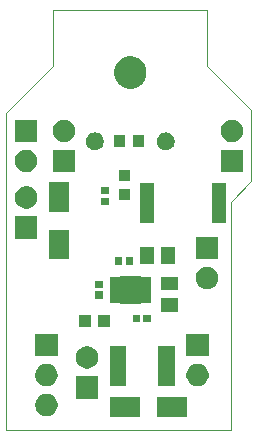
<source format=gbr>
%TF.GenerationSoftware,KiCad,Pcbnew,(5.0.0-rc3-dev)*%
%TF.CreationDate,2019-02-19T23:08:01+00:00*%
%TF.ProjectId,solar_breakout,736F6C61725F627265616B6F75742E6B,rev?*%
%TF.SameCoordinates,Original*%
%TF.FileFunction,Soldermask,Top*%
%TF.FilePolarity,Negative*%
%FSLAX46Y46*%
G04 Gerber Fmt 4.6, Leading zero omitted, Abs format (unit mm)*
G04 Created by KiCad (PCBNEW (5.0.0-rc3-dev)) date 02/19/19 23:08:01*
%MOMM*%
%LPD*%
G01*
G04 APERTURE LIST*
%ADD10C,0.010000*%
%ADD11C,0.150000*%
G04 APERTURE END LIST*
D10*
X157700000Y-124300000D02*
X138700000Y-124300000D01*
X157700000Y-104950000D02*
X157700000Y-124300000D01*
X159450000Y-97200000D02*
X159450000Y-103200000D01*
X157700000Y-104950000D02*
X159450000Y-103200000D01*
X138700000Y-97450000D02*
X138700000Y-124300000D01*
X155700000Y-93450000D02*
X155700000Y-88700000D01*
X159450000Y-97200000D02*
X155700000Y-93450000D01*
X142700000Y-93450000D02*
X142700000Y-88700000D01*
X138700000Y-97450000D02*
X142700000Y-93450000D01*
X155700000Y-88700000D02*
X142700000Y-88700000D01*
D11*
G36*
X153999000Y-123151000D02*
X151499000Y-123151000D01*
X151499000Y-121451000D01*
X153999000Y-121451000D01*
X153999000Y-123151000D01*
X153999000Y-123151000D01*
G37*
G36*
X149999000Y-123151000D02*
X147499000Y-123151000D01*
X147499000Y-121451000D01*
X149999000Y-121451000D01*
X149999000Y-123151000D01*
X149999000Y-123151000D01*
G37*
G36*
X142239451Y-121199127D02*
X142377105Y-121226508D01*
X142549994Y-121298121D01*
X142705590Y-121402087D01*
X142837913Y-121534410D01*
X142941879Y-121690006D01*
X143013492Y-121862895D01*
X143050000Y-122046433D01*
X143050000Y-122233567D01*
X143013492Y-122417105D01*
X142941879Y-122589994D01*
X142837913Y-122745590D01*
X142705590Y-122877913D01*
X142549994Y-122981879D01*
X142377105Y-123053492D01*
X142239452Y-123080873D01*
X142193568Y-123090000D01*
X142006432Y-123090000D01*
X141960548Y-123080873D01*
X141822895Y-123053492D01*
X141650006Y-122981879D01*
X141494410Y-122877913D01*
X141362087Y-122745590D01*
X141258121Y-122589994D01*
X141186508Y-122417105D01*
X141150000Y-122233567D01*
X141150000Y-122046433D01*
X141186508Y-121862895D01*
X141258121Y-121690006D01*
X141362087Y-121534410D01*
X141494410Y-121402087D01*
X141650006Y-121298121D01*
X141822895Y-121226508D01*
X141960549Y-121199127D01*
X142006432Y-121190000D01*
X142193568Y-121190000D01*
X142239451Y-121199127D01*
X142239451Y-121199127D01*
G37*
G36*
X146492000Y-121600000D02*
X144592000Y-121600000D01*
X144592000Y-119700000D01*
X146492000Y-119700000D01*
X146492000Y-121600000D01*
X146492000Y-121600000D01*
G37*
G36*
X152973000Y-120572000D02*
X151573000Y-120572000D01*
X151573000Y-117172000D01*
X152973000Y-117172000D01*
X152973000Y-120572000D01*
X152973000Y-120572000D01*
G37*
G36*
X148873000Y-120572000D02*
X147473000Y-120572000D01*
X147473000Y-117172000D01*
X148873000Y-117172000D01*
X148873000Y-120572000D01*
X148873000Y-120572000D01*
G37*
G36*
X155039452Y-118659127D02*
X155177105Y-118686508D01*
X155349994Y-118758121D01*
X155505590Y-118862087D01*
X155637913Y-118994410D01*
X155741879Y-119150006D01*
X155813492Y-119322895D01*
X155840873Y-119460548D01*
X155850000Y-119506432D01*
X155850000Y-119693568D01*
X155840873Y-119739452D01*
X155813492Y-119877105D01*
X155741879Y-120049994D01*
X155637913Y-120205590D01*
X155505590Y-120337913D01*
X155349994Y-120441879D01*
X155177105Y-120513492D01*
X155039452Y-120540873D01*
X154993568Y-120550000D01*
X154806432Y-120550000D01*
X154760548Y-120540873D01*
X154622895Y-120513492D01*
X154450006Y-120441879D01*
X154294410Y-120337913D01*
X154162087Y-120205590D01*
X154058121Y-120049994D01*
X153986508Y-119877105D01*
X153959127Y-119739452D01*
X153950000Y-119693568D01*
X153950000Y-119506432D01*
X153959127Y-119460548D01*
X153986508Y-119322895D01*
X154058121Y-119150006D01*
X154162087Y-118994410D01*
X154294410Y-118862087D01*
X154450006Y-118758121D01*
X154622895Y-118686508D01*
X154760548Y-118659127D01*
X154806432Y-118650000D01*
X154993568Y-118650000D01*
X155039452Y-118659127D01*
X155039452Y-118659127D01*
G37*
G36*
X142239452Y-118659127D02*
X142377105Y-118686508D01*
X142549994Y-118758121D01*
X142705590Y-118862087D01*
X142837913Y-118994410D01*
X142941879Y-119150006D01*
X143013492Y-119322895D01*
X143040873Y-119460548D01*
X143050000Y-119506432D01*
X143050000Y-119693568D01*
X143040873Y-119739452D01*
X143013492Y-119877105D01*
X142941879Y-120049994D01*
X142837913Y-120205590D01*
X142705590Y-120337913D01*
X142549994Y-120441879D01*
X142377105Y-120513492D01*
X142239452Y-120540873D01*
X142193568Y-120550000D01*
X142006432Y-120550000D01*
X141960548Y-120540873D01*
X141822895Y-120513492D01*
X141650006Y-120441879D01*
X141494410Y-120337913D01*
X141362087Y-120205590D01*
X141258121Y-120049994D01*
X141186508Y-119877105D01*
X141159127Y-119739452D01*
X141150000Y-119693568D01*
X141150000Y-119506432D01*
X141159127Y-119460548D01*
X141186508Y-119322895D01*
X141258121Y-119150006D01*
X141362087Y-118994410D01*
X141494410Y-118862087D01*
X141650006Y-118758121D01*
X141822895Y-118686508D01*
X141960548Y-118659127D01*
X142006432Y-118650000D01*
X142193568Y-118650000D01*
X142239452Y-118659127D01*
X142239452Y-118659127D01*
G37*
G36*
X145681452Y-117169127D02*
X145819105Y-117196508D01*
X145991994Y-117268121D01*
X146147590Y-117372087D01*
X146279913Y-117504410D01*
X146383879Y-117660006D01*
X146455492Y-117832895D01*
X146482873Y-117970549D01*
X146490721Y-118010000D01*
X146492000Y-118016433D01*
X146492000Y-118203567D01*
X146455492Y-118387105D01*
X146383879Y-118559994D01*
X146279913Y-118715590D01*
X146147590Y-118847913D01*
X145991994Y-118951879D01*
X145819105Y-119023492D01*
X145681451Y-119050873D01*
X145635568Y-119060000D01*
X145448432Y-119060000D01*
X145402549Y-119050873D01*
X145264895Y-119023492D01*
X145092006Y-118951879D01*
X144936410Y-118847913D01*
X144804087Y-118715590D01*
X144700121Y-118559994D01*
X144628508Y-118387105D01*
X144592000Y-118203567D01*
X144592000Y-118016433D01*
X144593280Y-118010000D01*
X144601127Y-117970549D01*
X144628508Y-117832895D01*
X144700121Y-117660006D01*
X144804087Y-117504410D01*
X144936410Y-117372087D01*
X145092006Y-117268121D01*
X145264895Y-117196508D01*
X145402548Y-117169127D01*
X145448432Y-117160000D01*
X145635568Y-117160000D01*
X145681452Y-117169127D01*
X145681452Y-117169127D01*
G37*
G36*
X143050000Y-118010000D02*
X141150000Y-118010000D01*
X141150000Y-116110000D01*
X143050000Y-116110000D01*
X143050000Y-118010000D01*
X143050000Y-118010000D01*
G37*
G36*
X155850000Y-118010000D02*
X153950000Y-118010000D01*
X153950000Y-116110000D01*
X155850000Y-116110000D01*
X155850000Y-118010000D01*
X155850000Y-118010000D01*
G37*
G36*
X147452000Y-115562000D02*
X146502000Y-115562000D01*
X146502000Y-114562000D01*
X147452000Y-114562000D01*
X147452000Y-115562000D01*
X147452000Y-115562000D01*
G37*
G36*
X145852000Y-115562000D02*
X144902000Y-115562000D01*
X144902000Y-114562000D01*
X145852000Y-114562000D01*
X145852000Y-115562000D01*
X145852000Y-115562000D01*
G37*
G36*
X150032000Y-115118000D02*
X149412000Y-115118000D01*
X149412000Y-114498000D01*
X150032000Y-114498000D01*
X150032000Y-115118000D01*
X150032000Y-115118000D01*
G37*
G36*
X150932000Y-115118000D02*
X150312000Y-115118000D01*
X150312000Y-114498000D01*
X150932000Y-114498000D01*
X150932000Y-115118000D01*
X150932000Y-115118000D01*
G37*
G36*
X153252000Y-114251000D02*
X151802000Y-114251000D01*
X151802000Y-113101000D01*
X153252000Y-113101000D01*
X153252000Y-114251000D01*
X153252000Y-114251000D01*
G37*
G36*
X150072066Y-111214446D02*
X150087612Y-111233388D01*
X150106554Y-111248934D01*
X150128165Y-111260485D01*
X150151614Y-111267598D01*
X150176000Y-111270000D01*
X151000000Y-111270000D01*
X151000000Y-113520000D01*
X150176000Y-113520000D01*
X150151614Y-113522402D01*
X150128165Y-113529515D01*
X150106554Y-113541066D01*
X150087612Y-113556612D01*
X150072066Y-113575554D01*
X150066483Y-113586000D01*
X148383517Y-113586000D01*
X148377934Y-113575554D01*
X148362388Y-113556612D01*
X148343446Y-113541066D01*
X148321835Y-113529515D01*
X148298386Y-113522402D01*
X148274000Y-113520000D01*
X147450000Y-113520000D01*
X147450000Y-111270000D01*
X148274000Y-111270000D01*
X148298386Y-111267598D01*
X148321835Y-111260485D01*
X148343446Y-111248934D01*
X148362388Y-111233388D01*
X148377934Y-111214446D01*
X148383517Y-111204000D01*
X150066483Y-111204000D01*
X150072066Y-111214446D01*
X150072066Y-111214446D01*
G37*
G36*
X146868000Y-113155000D02*
X146248000Y-113155000D01*
X146248000Y-112535000D01*
X146868000Y-112535000D01*
X146868000Y-113155000D01*
X146868000Y-113155000D01*
G37*
G36*
X153252000Y-112451000D02*
X151802000Y-112451000D01*
X151802000Y-111301000D01*
X153252000Y-111301000D01*
X153252000Y-112451000D01*
X153252000Y-112451000D01*
G37*
G36*
X155841452Y-110438127D02*
X155979105Y-110465508D01*
X156151994Y-110537121D01*
X156307590Y-110641087D01*
X156439913Y-110773410D01*
X156543879Y-110929006D01*
X156615492Y-111101895D01*
X156635802Y-111204000D01*
X156648453Y-111267598D01*
X156652000Y-111285433D01*
X156652000Y-111472567D01*
X156615492Y-111656105D01*
X156543879Y-111828994D01*
X156439913Y-111984590D01*
X156307590Y-112116913D01*
X156151994Y-112220879D01*
X155979105Y-112292492D01*
X155841452Y-112319873D01*
X155795568Y-112329000D01*
X155608432Y-112329000D01*
X155562548Y-112319873D01*
X155424895Y-112292492D01*
X155252006Y-112220879D01*
X155096410Y-112116913D01*
X154964087Y-111984590D01*
X154860121Y-111828994D01*
X154788508Y-111656105D01*
X154752000Y-111472567D01*
X154752000Y-111285433D01*
X154755548Y-111267598D01*
X154768198Y-111204000D01*
X154788508Y-111101895D01*
X154860121Y-110929006D01*
X154964087Y-110773410D01*
X155096410Y-110641087D01*
X155252006Y-110537121D01*
X155424895Y-110465508D01*
X155562548Y-110438127D01*
X155608432Y-110429000D01*
X155795568Y-110429000D01*
X155841452Y-110438127D01*
X155841452Y-110438127D01*
G37*
G36*
X146868000Y-112255000D02*
X146248000Y-112255000D01*
X146248000Y-111635000D01*
X146868000Y-111635000D01*
X146868000Y-112255000D01*
X146868000Y-112255000D01*
G37*
G36*
X149426200Y-110266600D02*
X148806200Y-110266600D01*
X148806200Y-109646600D01*
X149426200Y-109646600D01*
X149426200Y-110266600D01*
X149426200Y-110266600D01*
G37*
G36*
X148526200Y-110266600D02*
X147906200Y-110266600D01*
X147906200Y-109646600D01*
X148526200Y-109646600D01*
X148526200Y-110266600D01*
X148526200Y-110266600D01*
G37*
G36*
X151186000Y-110199000D02*
X150036000Y-110199000D01*
X150036000Y-108749000D01*
X151186000Y-108749000D01*
X151186000Y-110199000D01*
X151186000Y-110199000D01*
G37*
G36*
X152986000Y-110199000D02*
X151836000Y-110199000D01*
X151836000Y-108749000D01*
X152986000Y-108749000D01*
X152986000Y-110199000D01*
X152986000Y-110199000D01*
G37*
G36*
X144029800Y-109803000D02*
X142329800Y-109803000D01*
X142329800Y-107303000D01*
X144029800Y-107303000D01*
X144029800Y-109803000D01*
X144029800Y-109803000D01*
G37*
G36*
X156652000Y-109789000D02*
X154752000Y-109789000D01*
X154752000Y-107889000D01*
X156652000Y-107889000D01*
X156652000Y-109789000D01*
X156652000Y-109789000D01*
G37*
G36*
X141350000Y-108061800D02*
X139450000Y-108061800D01*
X139450000Y-106161800D01*
X141350000Y-106161800D01*
X141350000Y-108061800D01*
X141350000Y-108061800D01*
G37*
G36*
X151245000Y-106729000D02*
X149995000Y-106729000D01*
X149995000Y-103329000D01*
X151245000Y-103329000D01*
X151245000Y-106729000D01*
X151245000Y-106729000D01*
G37*
G36*
X157345000Y-106729000D02*
X156095000Y-106729000D01*
X156095000Y-103329000D01*
X157345000Y-103329000D01*
X157345000Y-106729000D01*
X157345000Y-106729000D01*
G37*
G36*
X144029800Y-105803000D02*
X142329800Y-105803000D01*
X142329800Y-103303000D01*
X144029800Y-103303000D01*
X144029800Y-105803000D01*
X144029800Y-105803000D01*
G37*
G36*
X140539452Y-103630927D02*
X140677105Y-103658308D01*
X140849994Y-103729921D01*
X141005590Y-103833887D01*
X141137913Y-103966210D01*
X141241879Y-104121806D01*
X141313492Y-104294695D01*
X141350000Y-104478233D01*
X141350000Y-104665367D01*
X141313492Y-104848905D01*
X141241879Y-105021794D01*
X141137913Y-105177390D01*
X141005590Y-105309713D01*
X140849994Y-105413679D01*
X140677105Y-105485292D01*
X140539452Y-105512673D01*
X140493568Y-105521800D01*
X140306432Y-105521800D01*
X140260548Y-105512673D01*
X140122895Y-105485292D01*
X139950006Y-105413679D01*
X139794410Y-105309713D01*
X139662087Y-105177390D01*
X139558121Y-105021794D01*
X139486508Y-104848905D01*
X139450000Y-104665367D01*
X139450000Y-104478233D01*
X139486508Y-104294695D01*
X139558121Y-104121806D01*
X139662087Y-103966210D01*
X139794410Y-103833887D01*
X139950006Y-103729921D01*
X140122895Y-103658308D01*
X140260548Y-103630927D01*
X140306432Y-103621800D01*
X140493568Y-103621800D01*
X140539452Y-103630927D01*
X140539452Y-103630927D01*
G37*
G36*
X147376000Y-105223000D02*
X146756000Y-105223000D01*
X146756000Y-104603000D01*
X147376000Y-104603000D01*
X147376000Y-105223000D01*
X147376000Y-105223000D01*
G37*
G36*
X149217000Y-104780000D02*
X148217000Y-104780000D01*
X148217000Y-103830000D01*
X149217000Y-103830000D01*
X149217000Y-104780000D01*
X149217000Y-104780000D01*
G37*
G36*
X147376000Y-104323000D02*
X146756000Y-104323000D01*
X146756000Y-103703000D01*
X147376000Y-103703000D01*
X147376000Y-104323000D01*
X147376000Y-104323000D01*
G37*
G36*
X149217000Y-103180000D02*
X148217000Y-103180000D01*
X148217000Y-102230000D01*
X149217000Y-102230000D01*
X149217000Y-103180000D01*
X149217000Y-103180000D01*
G37*
G36*
X158750000Y-102420000D02*
X156850000Y-102420000D01*
X156850000Y-100520000D01*
X158750000Y-100520000D01*
X158750000Y-102420000D01*
X158750000Y-102420000D01*
G37*
G36*
X140539451Y-100529127D02*
X140677105Y-100556508D01*
X140849994Y-100628121D01*
X141005590Y-100732087D01*
X141137913Y-100864410D01*
X141241879Y-101020006D01*
X141313492Y-101192895D01*
X141350000Y-101376433D01*
X141350000Y-101563567D01*
X141313492Y-101747105D01*
X141241879Y-101919994D01*
X141137913Y-102075590D01*
X141005590Y-102207913D01*
X140849994Y-102311879D01*
X140677105Y-102383492D01*
X140539452Y-102410873D01*
X140493568Y-102420000D01*
X140306432Y-102420000D01*
X140260548Y-102410873D01*
X140122895Y-102383492D01*
X139950006Y-102311879D01*
X139794410Y-102207913D01*
X139662087Y-102075590D01*
X139558121Y-101919994D01*
X139486508Y-101747105D01*
X139450000Y-101563567D01*
X139450000Y-101376433D01*
X139486508Y-101192895D01*
X139558121Y-101020006D01*
X139662087Y-100864410D01*
X139794410Y-100732087D01*
X139950006Y-100628121D01*
X140122895Y-100556508D01*
X140260548Y-100529127D01*
X140306432Y-100520000D01*
X140493568Y-100520000D01*
X140539451Y-100529127D01*
X140539451Y-100529127D01*
G37*
G36*
X144550000Y-102420000D02*
X142650000Y-102420000D01*
X142650000Y-100520000D01*
X144550000Y-100520000D01*
X144550000Y-102420000D01*
X144550000Y-102420000D01*
G37*
G36*
X146373195Y-99079522D02*
X146422267Y-99089283D01*
X146560942Y-99146724D01*
X146685750Y-99230118D01*
X146791882Y-99336250D01*
X146875276Y-99461058D01*
X146932717Y-99599734D01*
X146962000Y-99746948D01*
X146962000Y-99897052D01*
X146932717Y-100044266D01*
X146875276Y-100182942D01*
X146791882Y-100307750D01*
X146685750Y-100413882D01*
X146685747Y-100413884D01*
X146560942Y-100497276D01*
X146422267Y-100554717D01*
X146373195Y-100564478D01*
X146275052Y-100584000D01*
X146124948Y-100584000D01*
X146026805Y-100564478D01*
X145977733Y-100554717D01*
X145839058Y-100497276D01*
X145714253Y-100413884D01*
X145714250Y-100413882D01*
X145608118Y-100307750D01*
X145524724Y-100182942D01*
X145467283Y-100044266D01*
X145438000Y-99897052D01*
X145438000Y-99746948D01*
X145467283Y-99599734D01*
X145524724Y-99461058D01*
X145608118Y-99336250D01*
X145714250Y-99230118D01*
X145839058Y-99146724D01*
X145977733Y-99089283D01*
X146026805Y-99079522D01*
X146124948Y-99060000D01*
X146275052Y-99060000D01*
X146373195Y-99079522D01*
X146373195Y-99079522D01*
G37*
G36*
X152373195Y-99079522D02*
X152422267Y-99089283D01*
X152560942Y-99146724D01*
X152685750Y-99230118D01*
X152791882Y-99336250D01*
X152875276Y-99461058D01*
X152932717Y-99599734D01*
X152962000Y-99746948D01*
X152962000Y-99897052D01*
X152932717Y-100044266D01*
X152875276Y-100182942D01*
X152791882Y-100307750D01*
X152685750Y-100413882D01*
X152685747Y-100413884D01*
X152560942Y-100497276D01*
X152422267Y-100554717D01*
X152373195Y-100564478D01*
X152275052Y-100584000D01*
X152124948Y-100584000D01*
X152026805Y-100564478D01*
X151977733Y-100554717D01*
X151839058Y-100497276D01*
X151714253Y-100413884D01*
X151714250Y-100413882D01*
X151608118Y-100307750D01*
X151524724Y-100182942D01*
X151467283Y-100044266D01*
X151438000Y-99897052D01*
X151438000Y-99746948D01*
X151467283Y-99599734D01*
X151524724Y-99461058D01*
X151608118Y-99336250D01*
X151714250Y-99230118D01*
X151839058Y-99146724D01*
X151977733Y-99089283D01*
X152026805Y-99079522D01*
X152124948Y-99060000D01*
X152275052Y-99060000D01*
X152373195Y-99079522D01*
X152373195Y-99079522D01*
G37*
G36*
X148798500Y-100322000D02*
X147848500Y-100322000D01*
X147848500Y-99322000D01*
X148798500Y-99322000D01*
X148798500Y-100322000D01*
X148798500Y-100322000D01*
G37*
G36*
X150398500Y-100322000D02*
X149448500Y-100322000D01*
X149448500Y-99322000D01*
X150398500Y-99322000D01*
X150398500Y-100322000D01*
X150398500Y-100322000D01*
G37*
G36*
X141350000Y-99880000D02*
X139450000Y-99880000D01*
X139450000Y-97980000D01*
X141350000Y-97980000D01*
X141350000Y-99880000D01*
X141350000Y-99880000D01*
G37*
G36*
X143739452Y-97989127D02*
X143877105Y-98016508D01*
X144049994Y-98088121D01*
X144205590Y-98192087D01*
X144337913Y-98324410D01*
X144441879Y-98480006D01*
X144513492Y-98652895D01*
X144550000Y-98836433D01*
X144550000Y-99023567D01*
X144513492Y-99207105D01*
X144441879Y-99379994D01*
X144337913Y-99535590D01*
X144205590Y-99667913D01*
X144049994Y-99771879D01*
X143877105Y-99843492D01*
X143739452Y-99870873D01*
X143693568Y-99880000D01*
X143506432Y-99880000D01*
X143460548Y-99870873D01*
X143322895Y-99843492D01*
X143150006Y-99771879D01*
X142994410Y-99667913D01*
X142862087Y-99535590D01*
X142758121Y-99379994D01*
X142686508Y-99207105D01*
X142650000Y-99023567D01*
X142650000Y-98836433D01*
X142686508Y-98652895D01*
X142758121Y-98480006D01*
X142862087Y-98324410D01*
X142994410Y-98192087D01*
X143150006Y-98088121D01*
X143322895Y-98016508D01*
X143460549Y-97989127D01*
X143506432Y-97980000D01*
X143693568Y-97980000D01*
X143739452Y-97989127D01*
X143739452Y-97989127D01*
G37*
G36*
X157939452Y-97989127D02*
X158077105Y-98016508D01*
X158249994Y-98088121D01*
X158405590Y-98192087D01*
X158537913Y-98324410D01*
X158641879Y-98480006D01*
X158713492Y-98652895D01*
X158750000Y-98836433D01*
X158750000Y-99023567D01*
X158713492Y-99207105D01*
X158641879Y-99379994D01*
X158537913Y-99535590D01*
X158405590Y-99667913D01*
X158249994Y-99771879D01*
X158077105Y-99843492D01*
X157939452Y-99870873D01*
X157893568Y-99880000D01*
X157706432Y-99880000D01*
X157660548Y-99870873D01*
X157522895Y-99843492D01*
X157350006Y-99771879D01*
X157194410Y-99667913D01*
X157062087Y-99535590D01*
X156958121Y-99379994D01*
X156886508Y-99207105D01*
X156850000Y-99023567D01*
X156850000Y-98836433D01*
X156886508Y-98652895D01*
X156958121Y-98480006D01*
X157062087Y-98324410D01*
X157194410Y-98192087D01*
X157350006Y-98088121D01*
X157522895Y-98016508D01*
X157660549Y-97989127D01*
X157706432Y-97980000D01*
X157893568Y-97980000D01*
X157939452Y-97989127D01*
X157939452Y-97989127D01*
G37*
G36*
X149601072Y-92677840D02*
X149851304Y-92781489D01*
X150076515Y-92931971D01*
X150268029Y-93123485D01*
X150418511Y-93348696D01*
X150522160Y-93598928D01*
X150575000Y-93864573D01*
X150575000Y-94135427D01*
X150522160Y-94401072D01*
X150418511Y-94651304D01*
X150268029Y-94876515D01*
X150076515Y-95068029D01*
X149851304Y-95218511D01*
X149601072Y-95322160D01*
X149335427Y-95375000D01*
X149064573Y-95375000D01*
X148798928Y-95322160D01*
X148548696Y-95218511D01*
X148323485Y-95068029D01*
X148131971Y-94876515D01*
X147981489Y-94651304D01*
X147877840Y-94401072D01*
X147825000Y-94135427D01*
X147825000Y-93864573D01*
X147877840Y-93598928D01*
X147981489Y-93348696D01*
X148131971Y-93123485D01*
X148323485Y-92931971D01*
X148548696Y-92781489D01*
X148798928Y-92677840D01*
X149064573Y-92625000D01*
X149335427Y-92625000D01*
X149601072Y-92677840D01*
X149601072Y-92677840D01*
G37*
M02*

</source>
